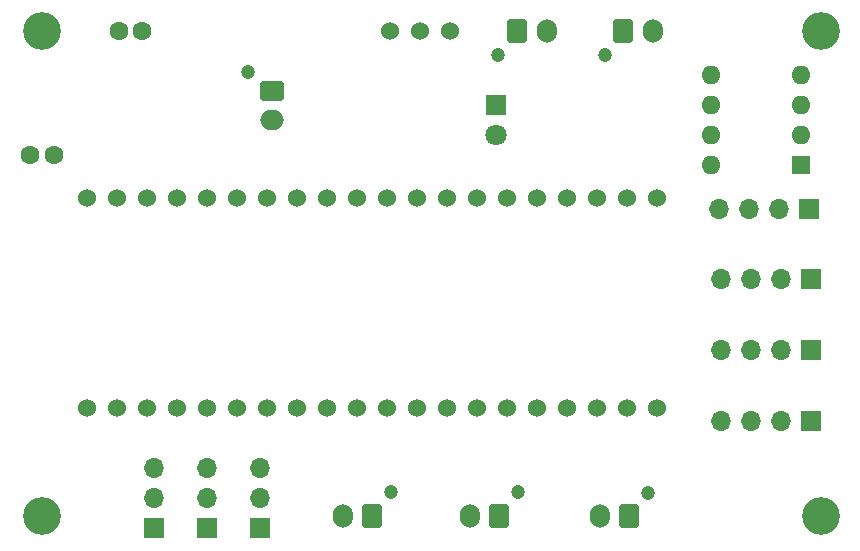
<source format=gbr>
%TF.GenerationSoftware,KiCad,Pcbnew,6.0.6-3a73a75311~116~ubuntu20.04.1*%
%TF.CreationDate,2023-06-17T17:32:19+09:00*%
%TF.ProjectId,catchrobo2023,63617463-6872-46f6-926f-323032332e6b,rev?*%
%TF.SameCoordinates,Original*%
%TF.FileFunction,Soldermask,Bot*%
%TF.FilePolarity,Negative*%
%FSLAX46Y46*%
G04 Gerber Fmt 4.6, Leading zero omitted, Abs format (unit mm)*
G04 Created by KiCad (PCBNEW 6.0.6-3a73a75311~116~ubuntu20.04.1) date 2023-06-17 17:32:19*
%MOMM*%
%LPD*%
G01*
G04 APERTURE LIST*
G04 Aperture macros list*
%AMRoundRect*
0 Rectangle with rounded corners*
0 $1 Rounding radius*
0 $2 $3 $4 $5 $6 $7 $8 $9 X,Y pos of 4 corners*
0 Add a 4 corners polygon primitive as box body*
4,1,4,$2,$3,$4,$5,$6,$7,$8,$9,$2,$3,0*
0 Add four circle primitives for the rounded corners*
1,1,$1+$1,$2,$3*
1,1,$1+$1,$4,$5*
1,1,$1+$1,$6,$7*
1,1,$1+$1,$8,$9*
0 Add four rect primitives between the rounded corners*
20,1,$1+$1,$2,$3,$4,$5,0*
20,1,$1+$1,$4,$5,$6,$7,0*
20,1,$1+$1,$6,$7,$8,$9,0*
20,1,$1+$1,$8,$9,$2,$3,0*%
G04 Aperture macros list end*
%ADD10C,1.200000*%
%ADD11RoundRect,0.250000X0.600000X0.750000X-0.600000X0.750000X-0.600000X-0.750000X0.600000X-0.750000X0*%
%ADD12O,1.700000X2.000000*%
%ADD13R,1.700000X1.700000*%
%ADD14O,1.700000X1.700000*%
%ADD15C,1.600000*%
%ADD16C,3.200000*%
%ADD17RoundRect,0.250000X-0.600000X-0.750000X0.600000X-0.750000X0.600000X0.750000X-0.600000X0.750000X0*%
%ADD18R,1.600000X1.600000*%
%ADD19O,1.600000X1.600000*%
%ADD20RoundRect,0.250000X-0.750000X0.600000X-0.750000X-0.600000X0.750000X-0.600000X0.750000X0.600000X0*%
%ADD21O,2.000000X1.700000*%
%ADD22R,1.800000X1.800000*%
%ADD23C,1.800000*%
%ADD24C,1.524000*%
G04 APERTURE END LIST*
D10*
%TO.C,U11*%
X32600000Y5000000D03*
D11*
X31000000Y3000000D03*
D12*
X28500000Y3000000D03*
%TD*%
D13*
%TO.C,J2*%
X17000000Y1990000D03*
D14*
X17000000Y4530000D03*
X17000000Y7070000D03*
%TD*%
D15*
%TO.C,C1*%
X11500000Y44000000D03*
X9500000Y44000000D03*
%TD*%
D13*
%TO.C,U5*%
X68120000Y23000000D03*
D14*
X65580000Y23000000D03*
X63040000Y23000000D03*
X60500000Y23000000D03*
%TD*%
D16*
%TO.C,REF\u002A\u002A*%
X69000000Y3000000D03*
%TD*%
D13*
%TO.C,U4*%
X68000000Y29000000D03*
D14*
X65460000Y29000000D03*
X62920000Y29000000D03*
X60380000Y29000000D03*
%TD*%
D13*
%TO.C,U7*%
X68120000Y11000000D03*
D14*
X65580000Y11000000D03*
X63040000Y11000000D03*
X60500000Y11000000D03*
%TD*%
D13*
%TO.C,J3*%
X21500000Y1975000D03*
D14*
X21500000Y4515000D03*
X21500000Y7055000D03*
%TD*%
D10*
%TO.C,J5*%
X43350000Y4975000D03*
D11*
X41750000Y2975000D03*
D12*
X39250000Y2975000D03*
%TD*%
D16*
%TO.C,REF\u002A\u002A*%
X3000000Y44000000D03*
X3000000Y44000000D03*
%TD*%
D10*
%TO.C,J6*%
X41650000Y42025000D03*
D17*
X43250000Y44025000D03*
D12*
X45750000Y44025000D03*
%TD*%
D18*
%TO.C,SW2*%
X67300000Y32700000D03*
D19*
X67300000Y35240000D03*
X67300000Y37780000D03*
X67300000Y40320000D03*
X59680000Y40320000D03*
X59680000Y37780000D03*
X59680000Y35240000D03*
X59680000Y32700000D03*
%TD*%
D10*
%TO.C,J4*%
X20500000Y40600000D03*
D20*
X22500000Y39000000D03*
D21*
X22500000Y36500000D03*
%TD*%
D22*
%TO.C,D2*%
X41500000Y37775000D03*
D23*
X41500000Y35235000D03*
%TD*%
D24*
%TO.C,U2*%
X6870000Y12110000D03*
X9410000Y12110000D03*
X11950000Y12110000D03*
X14490000Y12110000D03*
X17030000Y12110000D03*
X19570000Y12110000D03*
X22110000Y12110000D03*
X24650000Y12110000D03*
X27190000Y12110000D03*
X29730000Y12110000D03*
X32270000Y12110000D03*
X34810000Y12110000D03*
X37350000Y12110000D03*
X39890000Y12110000D03*
X42430000Y12110000D03*
X44970000Y12110000D03*
X47510000Y12110000D03*
X50050000Y12110000D03*
X52590000Y12110000D03*
X55130000Y12110000D03*
X55130000Y29890000D03*
X52590000Y29890000D03*
X50050000Y29890000D03*
X47510000Y29890000D03*
X44970000Y29890000D03*
X42430000Y29890000D03*
X39890000Y29890000D03*
X37350000Y29890000D03*
X34810000Y29890000D03*
X32270000Y29890000D03*
X29730000Y29890000D03*
X27190000Y29890000D03*
X24650000Y29890000D03*
X22110000Y29890000D03*
X19570000Y29890000D03*
X17030000Y29890000D03*
X14490000Y29890000D03*
X11950000Y29890000D03*
X9410000Y29890000D03*
X6870000Y29890000D03*
%TD*%
D10*
%TO.C,J8*%
X54350000Y4950000D03*
D11*
X52750000Y2950000D03*
D12*
X50250000Y2950000D03*
%TD*%
D10*
%TO.C,J7*%
X50650000Y42025000D03*
D17*
X52250000Y44025000D03*
D12*
X54750000Y44025000D03*
%TD*%
D16*
%TO.C,REF\u002A\u002A*%
X3000000Y3000000D03*
%TD*%
D13*
%TO.C,U6*%
X68120000Y17000000D03*
D14*
X65580000Y17000000D03*
X63040000Y17000000D03*
X60500000Y17000000D03*
%TD*%
D24*
%TO.C,SW1*%
X37540000Y44000000D03*
X35000000Y44000000D03*
X32460000Y44000000D03*
%TD*%
D16*
%TO.C,REF\u002A\u002A*%
X69000000Y44000000D03*
%TD*%
D15*
%TO.C,C2*%
X4000000Y33500000D03*
X2000000Y33500000D03*
%TD*%
D13*
%TO.C,J1*%
X12500000Y1975000D03*
D14*
X12500000Y4515000D03*
X12500000Y7055000D03*
%TD*%
M02*

</source>
